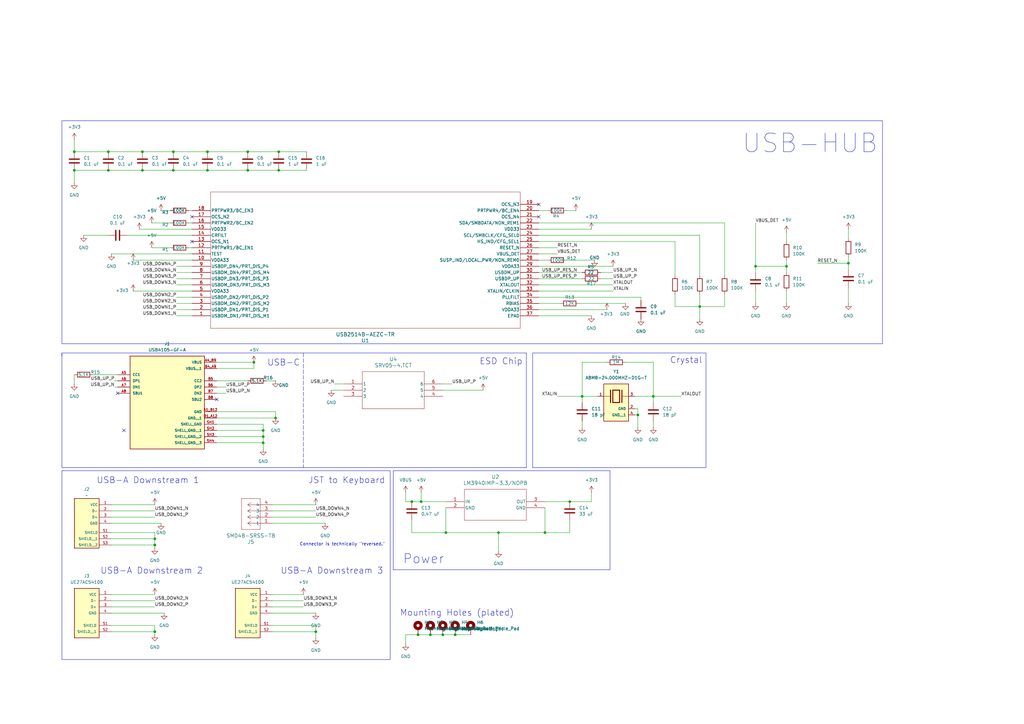
<source format=kicad_sch>
(kicad_sch (version 20231120) (generator "eeschema") (generator_version "8.0")
  (paper "A3")
  (lib_symbols
    (symbol "ABM8-24.000MHZ-D1G-T:ABM8-24.000MHZ-D1G-T" (pin_names (offset 1.016))
      (property "Reference" "Y" (at -5.0878 6.3559 0))
      (property "Value" "ABM8-24.000MHZ-D1G-T" (at -5.0944 -12.7 0))
      (symbol "ABM8-24.000MHZ-D1G-T_0_0"
        (pin passive line (at -7.62 0 0) (length 2.54) (name "~") (number "1"))
        (pin power_in line (at 7.62 -5.08 180) (length 2.54) (name "GND") (number "2"))
        (pin passive line (at 7.62 0 180) (length 2.54) (name "~") (number "3"))
        (pin power_in line (at 7.62 -7.62 180) (length 2.54) (name "GND__1") (number "4"))
      )
    )
    (symbol "Device:C" (pin_numbers hide) (pin_names (offset 0.254))
      (property "Reference" "C" (at 0.635 2.54 0))
      (property "Value" "C" (at 0.635 -2.54 0))
      (symbol "C_1_1"
        (pin passive line (at 0 3.81 270) (length 2.794) (name "~") (number "1"))
        (pin passive line (at 0 -3.81 90) (length 2.794) (name "~") (number "2"))
      )
    )
    (symbol "Device:R" (pin_numbers hide) (pin_names (offset 0))
      (property "Reference" "R" (at 2.032 0 90))
      (property "Value" "R" (at 0 0 90))
      (symbol "R_1_1"
        (pin passive line (at 0 3.81 270) (length 1.27) (name "~") (number "1"))
        (pin passive line (at 0 -3.81 90) (length 1.27) (name "~") (number "2"))
      )
    )
    (symbol "LM3940IMP-3.3/NOPB:LM3940IMP-3.3_NOPB" (pin_names (offset 0.254))
      (property "Reference" "U" (at 20.32 10.16 0))
      (property "Value" "LM3940IMP-3.3/NOPB" (at 20.32 7.62 0))
      (symbol "LM3940IMP-3.3_NOPB_0_1"
        (pin input line (at 0 0 0) (length 7.62) (name "IN") (number "1"))
        (pin passive line (at 0 -2.54 0) (length 7.62) (name "GND") (number "2"))
        (pin output line (at 40.64 0 180) (length 7.62) (name "OUT") (number "3"))
        (pin passive line (at 40.64 -2.54 180) (length 7.62) (name "GND") (number "4"))
      )
    )
    (symbol "Mechanical:MountingHole_Pad" (pin_numbers hide) (pin_names (offset 1.016) hide) (exclude_from_sim yes) (in_bom no)
      (property "Reference" "H" (at 0 6.35 0))
      (property "Value" "MountingHole_Pad" (at 0 4.445 0))
      (symbol "MountingHole_Pad_1_1"
        (pin input line (at 0 -2.54 90) (length 2.54) (name "1") (number "1"))
      )
    )
    (symbol "SM04B-SRSS-TB:SM04B-SRSS-TB" (pin_names (offset 0.254))
      (property "Reference" "J" (at 8.89 6.35 0))
      (property "Value" "SM04B-SRSS-TB" (at 0 0 0))
      (symbol "SM04B-SRSS-TB_1_1"
        (pin unspecified line (at 0 0 0) (length 5.08) (name "1") (number "1"))
        (pin unspecified line (at 0 -2.54 0) (length 5.08) (name "2") (number "2"))
        (pin unspecified line (at 0 -5.08 0) (length 5.08) (name "3") (number "3"))
        (pin unspecified line (at 0 -7.62 0) (length 5.08) (name "4") (number "4"))
      )
      (symbol "SM04B-SRSS-TB_1_2"
        (pin unspecified line (at 0 0 0) (length 5.08) (name "1") (number "1"))
        (pin unspecified line (at 0 -2.54 0) (length 5.08) (name "2") (number "2"))
        (pin unspecified line (at 0 -5.08 0) (length 5.08) (name "3") (number "3"))
        (pin unspecified line (at 0 -7.62 0) (length 5.08) (name "4") (number "4"))
      )
    )
    (symbol "SRV05-4.TCT:SRV05-4.TCT" (pin_names (offset 0.254))
      (property "Reference" "U" (at 20.32 10.16 0))
      (property "Value" "SRV05-4.TCT" (at 20.32 7.62 0))
      (symbol "SRV05-4.TCT_0_1"
        (pin unspecified line (at 0 0 0) (length 7.62) (name "1") (number "1"))
        (pin unspecified line (at 0 -2.54 0) (length 7.62) (name "2") (number "2"))
        (pin unspecified line (at 0 -5.08 0) (length 7.62) (name "3") (number "3"))
        (pin unspecified line (at 40.64 -5.08 180) (length 7.62) (name "4") (number "4"))
        (pin unspecified line (at 40.64 -2.54 180) (length 7.62) (name "5") (number "5"))
        (pin unspecified line (at 40.64 0 180) (length 7.62) (name "6") (number "6"))
      )
    )
    (symbol "UE27AC54100:UE27AC54100" (pin_names (offset 1.016))
      (property "Reference" "J" (at -5.08 8.89 0))
      (property "Value" "UE27AC54100" (at -5.08 -15.24 0))
      (symbol "UE27AC54100_0_0"
        (pin power_in line (at -10.16 5.08 0) (length 5.08) (name "VCC") (number "1"))
        (pin bidirectional line (at -10.16 2.54 0) (length 5.08) (name "D-") (number "2"))
        (pin bidirectional line (at -10.16 0 0) (length 5.08) (name "D+") (number "3"))
        (pin power_in line (at -10.16 -2.54 0) (length 5.08) (name "GND") (number "4"))
        (pin passive line (at -10.16 -7.62 0) (length 5.08) (name "SHIELD") (number "S1"))
        (pin passive line (at -10.16 -10.16 0) (length 5.08) (name "SHIELD__1") (number "S2"))
      )
    )
    (symbol "USB2514B-AEZC-TR:USB2514B-AEZC-TR" (pin_names (offset 0.254))
      (property "Reference" "U" (at 71.12 10.16 0))
      (property "Value" "USB2514B-AEZC-TR" (at 71.12 7.62 0))
      (symbol "USB2514B-AEZC-TR_0_1"
        (pin bidirectional line (at 0 0 0) (length 7.62) (name "USBDM_DN1/PRT_DIS_M1") (number "1"))
        (pin power_in line (at 0 -22.86 0) (length 7.62) (name "VDDA33") (number "10"))
        (pin bidirectional line (at 0 -25.4 0) (length 7.62) (name "TEST") (number "11"))
        (pin bidirectional line (at 0 -27.94 0) (length 7.62) (name "PRTPWR1/BC_EN1") (number "12"))
        (pin bidirectional line (at 0 -30.48 0) (length 7.62) (name "OCS_N1") (number "13"))
        (pin bidirectional line (at 0 -33.02 0) (length 7.62) (name "CRFILT") (number "14"))
        (pin power_in line (at 0 -35.56 0) (length 7.62) (name "VDD33") (number "15"))
        (pin bidirectional line (at 0 -38.1 0) (length 7.62) (name "PRTPWR2/BC_EN2") (number "16"))
        (pin bidirectional line (at 0 -40.64 0) (length 7.62) (name "OCS_N2") (number "17"))
        (pin bidirectional line (at 0 -43.18 0) (length 7.62) (name "PRTPWR3/BC_EN3") (number "18"))
        (pin bidirectional line (at 142.24 -45.72 180) (length 7.62) (name "OCS_N3") (number "19"))
        (pin bidirectional line (at 0 -2.54 0) (length 7.62) (name "USBDP_DN1/PRT_DIS_P1") (number "2"))
        (pin bidirectional line (at 142.24 -43.18 180) (length 7.62) (name "PRTPWR4/BC_EN4") (number "20"))
        (pin bidirectional line (at 142.24 -40.64 180) (length 7.62) (name "OCS_N4") (number "21"))
        (pin bidirectional line (at 142.24 -38.1 180) (length 7.62) (name "SDA/SMBDATA/NON_REM1") (number "22"))
        (pin power_in line (at 142.24 -35.56 180) (length 7.62) (name "VDD33") (number "23"))
        (pin bidirectional line (at 142.24 -33.02 180) (length 7.62) (name "SCL/SMBCLK/CFG_SEL0") (number "24"))
        (pin bidirectional line (at 142.24 -30.48 180) (length 7.62) (name "HS_IND/CFG_SEL1") (number "25"))
        (pin bidirectional line (at 142.24 -27.94 180) (length 7.62) (name "RESET_N") (number "26"))
        (pin bidirectional line (at 142.24 -25.4 180) (length 7.62) (name "VBUS_DET") (number "27"))
        (pin bidirectional line (at 142.24 -22.86 180) (length 7.62) (name "SUSP_IND/LOCAL_PWR/NON_REM0") (number "28"))
        (pin power_in line (at 142.24 -20.32 180) (length 7.62) (name "VDDA33") (number "29"))
        (pin bidirectional line (at 0 -5.08 0) (length 7.62) (name "USBDM_DN2/PRT_DIS_M2") (number "3"))
        (pin bidirectional line (at 142.24 -17.78 180) (length 7.62) (name "USBDM_UP") (number "30"))
        (pin bidirectional line (at 142.24 -15.24 180) (length 7.62) (name "USBDP_UP") (number "31"))
        (pin output line (at 142.24 -12.7 180) (length 7.62) (name "XTALOUT") (number "32"))
        (pin input line (at 142.24 -10.16 180) (length 7.62) (name "XTALIN/CLKIN") (number "33"))
        (pin bidirectional line (at 142.24 -7.62 180) (length 7.62) (name "PLLFILT") (number "34"))
        (pin bidirectional line (at 142.24 -5.08 180) (length 7.62) (name "RBIAS") (number "35"))
        (pin power_in line (at 142.24 -2.54 180) (length 7.62) (name "VDDA33") (number "36"))
        (pin unspecified line (at 142.24 0 180) (length 7.62) (name "EPAD") (number "37"))
        (pin bidirectional line (at 0 -7.62 0) (length 7.62) (name "USBDP_DN2/PRT_DIS_P2") (number "4"))
        (pin power_in line (at 0 -10.16 0) (length 7.62) (name "VDDA33") (number "5"))
        (pin bidirectional line (at 0 -12.7 0) (length 7.62) (name "USBDM_DN3/PRT_DIS_M3") (number "6"))
        (pin bidirectional line (at 0 -15.24 0) (length 7.62) (name "USBDP_DN3/PRT_DIS_P3") (number "7"))
        (pin bidirectional line (at 0 -17.78 0) (length 7.62) (name "USBDM_DN4/PRT_DIS_M4") (number "8"))
        (pin bidirectional line (at 0 -20.32 0) (length 7.62) (name "USBDP_DN4/PRT_DIS_P4") (number "9"))
      )
    )
    (symbol "USB4105-GF-A:USB4105-GF-A" (pin_names (offset 1.016))
      (property "Reference" "J" (at -15.24 13.97 0))
      (property "Value" "USB4105-GF-A" (at -15.24 -27.94 0))
      (symbol "USB4105-GF-A_0_0"
        (pin power_in line (at 20.32 -10.16 180) (length 5.08) (name "GND") (number "A1_B12"))
        (pin power_in line (at 20.32 10.16 180) (length 5.08) (name "VBUS") (number "A4_B9"))
        (pin bidirectional line (at -20.32 5.08 0) (length 5.08) (name "CC1") (number "A5"))
        (pin bidirectional line (at -20.32 2.54 0) (length 5.08) (name "DP1") (number "A6"))
        (pin bidirectional line (at -20.32 0 0) (length 5.08) (name "DN1") (number "A7"))
        (pin bidirectional line (at -20.32 -2.54 0) (length 5.08) (name "SBU1") (number "A8"))
        (pin power_in line (at 20.32 -12.7 180) (length 5.08) (name "GND__1") (number "B1_A12"))
        (pin power_in line (at 20.32 7.62 180) (length 5.08) (name "VBUS__1") (number "B4_A9"))
        (pin bidirectional line (at 20.32 2.54 180) (length 5.08) (name "CC2") (number "B5"))
        (pin bidirectional line (at 20.32 0 180) (length 5.08) (name "DP2") (number "B6"))
        (pin bidirectional line (at 20.32 -2.54 180) (length 5.08) (name "DN2") (number "B7"))
        (pin bidirectional line (at 20.32 -5.08 180) (length 5.08) (name "SBU2") (number "B8"))
        (pin power_in line (at 20.32 -15.24 180) (length 5.08) (name "SHELL_GND") (number "SH1"))
        (pin power_in line (at 20.32 -17.78 180) (length 5.08) (name "SHELL_GND__1") (number "SH2"))
        (pin power_in line (at 20.32 -20.32 180) (length 5.08) (name "SHELL_GND__2") (number "SH3"))
        (pin power_in line (at 20.32 -22.86 180) (length 5.08) (name "SHELL_GND__3") (number "SH4"))
      )
    )
    (symbol "numlocked:UBAS-4R-D14D-4D(LF)(SN)"
      (property "Reference" "J" (at 0 -1.524 0))
      (symbol "UBAS-4R-D14D-4D(LF)(SN)_0_0"
        (pin power_in line (at -10.16 17.78 0) (length 5.08) (name "VCC") (number "1"))
        (pin bidirectional line (at -10.16 15.24 0) (length 5.08) (name "D-") (number "2"))
        (pin bidirectional line (at -10.16 12.7 0) (length 5.08) (name "D+") (number "3"))
        (pin power_in line (at -10.16 10.16 0) (length 5.08) (name "GND") (number "4"))
        (pin passive line (at -10.16 6.35 0) (length 5.08) (name "SHIELD") (number "S1"))
        (pin passive line (at -10.16 3.81 0) (length 5.08) (name "SHIELD__1") (number "S2"))
      )
      (symbol "UBAS-4R-D14D-4D(LF)(SN)_1_0"
        (pin passive line (at -10.16 1.27 0) (length 5.08) (name "SHIELD__2") (number "S3"))
      )
    )
    (symbol "power:+3V3" (power) (pin_numbers hide) (pin_names (offset 0) hide)
      (property "Value" "+3V3" (at 0 3.556 0))
      (symbol "+3V3_1_1"
        (pin power_in line (at 0 0 90) (length 0) (name "~") (number "1"))
      )
    )
    (symbol "power:+5V" (power) (pin_numbers hide) (pin_names (offset 0) hide)
      (property "Value" "+5V" (at 0 3.556 0))
      (symbol "+5V_1_1"
        (pin power_in line (at 0 0 90) (length 0) (name "~") (number "1"))
      )
    )
    (symbol "power:GND" (power) (pin_numbers hide) (pin_names (offset 0) hide)
      (property "Value" "GND" (at 0 -3.81 0))
      (symbol "GND_1_1"
        (pin power_in line (at 0 0 270) (length 0) (name "~") (number "1"))
      )
    )
    (symbol "power:VBUS" (power) (pin_numbers hide) (pin_names (offset 0) hide)
      (property "Value" "VBUS" (at 0 3.556 0))
      (symbol "VBUS_1_1"
        (pin power_in line (at 0 0 90) (length 0) (name "~") (number "1"))
      )
    )
  )
  (junction (at 107.95 176.53))
  (junction (at 30.48 62.23))
  (junction (at 172.72 205.74))
  (junction (at 71.12 69.85))
  (junction (at 114.3 62.23))
  (junction (at 63.5 223.52))
  (junction (at 309.88 109.22))
  (junction (at 129.54 259.08))
  (junction (at 233.68 205.74))
  (junction (at 58.42 69.85))
  (junction (at 238.76 162.56))
  (junction (at 101.6 69.85))
  (junction (at 30.48 69.85))
  (junction (at 63.5 259.08))
  (junction (at 287.02 125.73))
  (junction (at 347.98 107.95))
  (junction (at 85.09 69.85))
  (junction (at 267.97 162.56))
  (junction (at 322.58 109.22))
  (junction (at 113.03 171.45))
  (junction (at 44.45 69.85))
  (junction (at 168.91 205.74))
  (junction (at 181.61 260.35))
  (junction (at 186.69 260.35))
  (junction (at 63.5 220.98))
  (junction (at 107.95 181.61))
  (junction (at 223.52 218.44))
  (junction (at 182.88 218.44))
  (junction (at 101.6 62.23))
  (junction (at 114.3 69.85))
  (junction (at 58.42 62.23))
  (junction (at 107.95 179.07))
  (junction (at 176.53 260.35))
  (junction (at 104.14 148.59))
  (junction (at 71.12 62.23))
  (junction (at 171.45 260.35))
  (junction (at 85.09 62.23))
  (junction (at 261.62 170.18))
  (junction (at 204.47 218.44))
  (junction (at 44.45 62.23))
  (no_connect (at 50.8 176.53))
  (no_connect (at 78.74 99.06))
  (no_connect (at 78.74 88.9))
  (no_connect (at 220.98 83.82))
  (no_connect (at 220.98 88.9))
  (no_connect (at 88.9 163.83))
  (no_connect (at 48.26 161.29))
  (wire (pts (xy 63.5 223.52) (xy 63.5 220.98)))
  (wire (pts (xy 107.95 184.15) (xy 107.95 181.61)))
  (wire (pts (xy 185.42 157.48) (xy 181.61 157.48)))
  (wire (pts (xy 260.35 170.18) (xy 261.62 170.18)))
  (wire (pts (xy 267.97 162.56) (xy 279.4 162.56)))
  (wire (pts (xy 45.72 214.63) (xy 66.04 214.63)))
  (wire (pts (xy 129.54 261.62) (xy 129.54 259.08)))
  (wire (pts (xy 111.76 246.38) (xy 124.46 246.38)))
  (wire (pts (xy 114.3 69.85) (xy 125.73 69.85)))
  (wire (pts (xy 223.52 208.28) (xy 223.52 218.44)))
  (wire (pts (xy 220.98 109.22) (xy 251.46 109.22)))
  (wire (pts (xy 309.88 109.22) (xy 309.88 111.76)))
  (polyline (pts (xy 215.9 144.78) (xy 25.4 144.78)))
  (wire (pts (xy 176.53 260.35) (xy 181.61 260.35)))
  (wire (pts (xy 347.98 107.95) (xy 347.98 110.49)))
  (wire (pts (xy 220.98 86.36) (xy 224.79 86.36)))
  (wire (pts (xy 168.91 205.74) (xy 166.37 205.74)))
  (wire (pts (xy 113.03 168.91) (xy 113.03 171.45)))
  (wire (pts (xy 57.15 93.98) (xy 78.74 93.98)))
  (wire (pts (xy 297.18 125.73) (xy 297.18 120.65)))
  (wire (pts (xy 261.62 175.26) (xy 261.62 170.18)))
  (wire (pts (xy 322.58 109.22) (xy 322.58 111.76)))
  (polyline (pts (xy 25.4 144.78) (xy 25.4 146.05)))
  (wire (pts (xy 220.98 91.44) (xy 297.18 91.44)))
  (wire (pts (xy 72.39 127) (xy 78.74 127)))
  (wire (pts (xy 287.02 125.73) (xy 287.02 130.81)))
  (wire (pts (xy 114.3 62.23) (xy 125.73 62.23)))
  (wire (pts (xy 267.97 148.59) (xy 256.54 148.59)))
  (wire (pts (xy 260.35 162.56) (xy 267.97 162.56)))
  (wire (pts (xy 172.72 205.74) (xy 168.91 205.74)))
  (wire (pts (xy 72.39 109.22) (xy 78.74 109.22)))
  (wire (pts (xy 62.23 91.44) (xy 69.85 91.44)))
  (wire (pts (xy 267.97 162.56) (xy 267.97 165.1)))
  (wire (pts (xy 238.76 172.72) (xy 238.76 175.26)))
  (wire (pts (xy 238.76 162.56) (xy 238.76 165.1)))
  (wire (pts (xy 267.97 162.56) (xy 267.97 148.59)))
  (wire (pts (xy 72.39 116.84) (xy 78.74 116.84)))
  (wire (pts (xy 347.98 105.41) (xy 347.98 107.95)))
  (wire (pts (xy 101.6 69.85) (xy 114.3 69.85)))
  (wire (pts (xy 261.62 170.18) (xy 261.62 167.64)))
  (wire (pts (xy 322.58 95.25) (xy 322.58 99.06)))
  (wire (pts (xy 238.76 148.59) (xy 248.92 148.59)))
  (wire (pts (xy 77.47 86.36) (xy 78.74 86.36)))
  (wire (pts (xy 111.76 209.55) (xy 129.54 209.55)))
  (wire (pts (xy 111.76 251.46) (xy 129.54 251.46)))
  (wire (pts (xy 220.98 119.38) (xy 251.46 119.38)))
  (wire (pts (xy 297.18 91.44) (xy 297.18 113.03)))
  (polyline (pts (xy 161.29 193.04) (xy 161.29 233.68)))
  (wire (pts (xy 228.6 101.6) (xy 220.98 101.6)))
  (wire (pts (xy 168.91 213.36) (xy 168.91 218.44)))
  (wire (pts (xy 309.88 91.44) (xy 309.88 109.22)))
  (wire (pts (xy 182.88 205.74) (xy 172.72 205.74)))
  (wire (pts (xy 46.99 158.75) (xy 48.26 158.75)))
  (wire (pts (xy 287.02 120.65) (xy 287.02 125.73)))
  (wire (pts (xy 54.61 119.38) (xy 78.74 119.38)))
  (wire (pts (xy 45.72 259.08) (xy 63.5 259.08)))
  (wire (pts (xy 267.97 172.72) (xy 267.97 175.26)))
  (wire (pts (xy 88.9 156.21) (xy 101.6 156.21)))
  (wire (pts (xy 220.98 114.3) (xy 238.76 114.3)))
  (wire (pts (xy 111.76 248.92) (xy 124.46 248.92)))
  (wire (pts (xy 71.12 62.23) (xy 85.09 62.23)))
  (wire (pts (xy 38.1 153.67) (xy 48.26 153.67)))
  (wire (pts (xy 220.98 93.98) (xy 242.57 93.98)))
  (wire (pts (xy 261.62 167.64) (xy 260.35 167.64)))
  (wire (pts (xy 220.98 121.92) (xy 262.89 121.92)))
  (wire (pts (xy 72.39 124.46) (xy 78.74 124.46)))
  (wire (pts (xy 245.11 162.56) (xy 238.76 162.56)))
  (wire (pts (xy 111.76 256.54) (xy 129.54 256.54)))
  (polyline (pts (xy 25.4 191.77) (xy 215.9 191.77)))
  (wire (pts (xy 85.09 62.23) (xy 101.6 62.23)))
  (polyline (pts (xy 250.19 233.68) (xy 161.29 233.68)))
  (wire (pts (xy 63.5 243.84) (xy 45.72 243.84)))
  (wire (pts (xy 137.16 157.48) (xy 140.97 157.48)))
  (wire (pts (xy 63.5 207.01) (xy 45.72 207.01)))
  (wire (pts (xy 204.47 218.44) (xy 223.52 218.44)))
  (polyline (pts (xy 215.9 191.77) (xy 215.9 144.78)))
  (wire (pts (xy 111.76 207.01) (xy 129.54 207.01)))
  (wire (pts (xy 62.23 101.6) (xy 69.85 101.6)))
  (wire (pts (xy 45.72 218.44) (xy 63.5 218.44)))
  (wire (pts (xy 276.86 120.65) (xy 276.86 125.73)))
  (wire (pts (xy 30.48 57.15) (xy 30.48 62.23)))
  (wire (pts (xy 107.95 176.53) (xy 107.95 179.07)))
  (wire (pts (xy 287.02 125.73) (xy 297.18 125.73)))
  (wire (pts (xy 135.89 160.02) (xy 140.97 160.02)))
  (wire (pts (xy 111.76 212.09) (xy 129.54 212.09)))
  (wire (pts (xy 107.95 179.07) (xy 107.95 181.61)))
  (wire (pts (xy 124.46 243.84) (xy 111.76 243.84)))
  (wire (pts (xy 246.38 111.76) (xy 251.46 111.76)))
  (wire (pts (xy 220.98 106.68) (xy 224.79 106.68)))
  (wire (pts (xy 104.14 151.13) (xy 104.14 148.59)))
  (wire (pts (xy 45.72 104.14) (xy 78.74 104.14)))
  (wire (pts (xy 88.9 161.29) (xy 92.71 161.29)))
  (wire (pts (xy 233.68 205.74) (xy 242.57 205.74)))
  (wire (pts (xy 309.88 119.38) (xy 309.88 124.46)))
  (wire (pts (xy 58.42 62.23) (xy 71.12 62.23)))
  (wire (pts (xy 232.41 86.36) (xy 236.22 86.36)))
  (wire (pts (xy 186.69 260.35) (xy 193.04 260.35)))
  (wire (pts (xy 88.9 173.99) (xy 107.95 173.99)))
  (wire (pts (xy 88.9 176.53) (xy 107.95 176.53)))
  (wire (pts (xy 181.61 160.02) (xy 198.12 160.02)))
  (wire (pts (xy 45.72 209.55) (xy 63.5 209.55)))
  (wire (pts (xy 220.98 99.06) (xy 276.86 99.06)))
  (wire (pts (xy 45.72 212.09) (xy 63.5 212.09)))
  (wire (pts (xy 111.76 259.08) (xy 129.54 259.08)))
  (wire (pts (xy 63.5 224.79) (xy 63.5 223.52)))
  (wire (pts (xy 166.37 201.93) (xy 166.37 205.74)))
  (wire (pts (xy 182.88 208.28) (xy 182.88 218.44)))
  (wire (pts (xy 220.98 116.84) (xy 251.46 116.84)))
  (wire (pts (xy 45.72 256.54) (xy 63.5 256.54)))
  (wire (pts (xy 237.49 124.46) (xy 256.54 124.46)))
  (wire (pts (xy 246.38 114.3) (xy 251.46 114.3)))
  (wire (pts (xy 220.98 124.46) (xy 229.87 124.46)))
  (wire (pts (xy 63.5 218.44) (xy 63.5 220.98)))
  (wire (pts (xy 107.95 173.99) (xy 107.95 176.53)))
  (wire (pts (xy 54.61 106.68) (xy 78.74 106.68)))
  (wire (pts (xy 242.57 201.93) (xy 242.57 205.74)))
  (wire (pts (xy 228.6 162.56) (xy 238.76 162.56)))
  (wire (pts (xy 181.61 260.35) (xy 186.69 260.35)))
  (wire (pts (xy 45.72 251.46) (xy 67.31 251.46)))
  (wire (pts (xy 72.39 121.92) (xy 78.74 121.92)))
  (wire (pts (xy 63.5 256.54) (xy 63.5 259.08)))
  (wire (pts (xy 347.98 118.11) (xy 347.98 124.46)))
  (wire (pts (xy 309.88 109.22) (xy 322.58 109.22)))
  (wire (pts (xy 220.98 111.76) (xy 238.76 111.76)))
  (wire (pts (xy 72.39 111.76) (xy 78.74 111.76)))
  (wire (pts (xy 71.12 69.85) (xy 85.09 69.85)))
  (polyline (pts (xy 250.19 193.04) (xy 250.19 233.68)))
  (wire (pts (xy 232.41 106.68) (xy 243.84 106.68)))
  (wire (pts (xy 77.47 101.6) (xy 78.74 101.6)))
  (polyline (pts (xy 161.29 193.04) (xy 250.19 193.04)))
  (wire (pts (xy 101.6 62.23) (xy 114.3 62.23)))
  (wire (pts (xy 223.52 205.74) (xy 233.68 205.74)))
  (wire (pts (xy 88.9 151.13) (xy 104.14 151.13)))
  (wire (pts (xy 166.37 260.35) (xy 171.45 260.35)))
  (wire (pts (xy 113.03 156.21) (xy 109.22 156.21)))
  (wire (pts (xy 85.09 69.85) (xy 101.6 69.85)))
  (wire (pts (xy 88.9 181.61) (xy 107.95 181.61)))
  (wire (pts (xy 322.58 119.38) (xy 322.58 124.46)))
  (wire (pts (xy 46.99 156.21) (xy 48.26 156.21)))
  (wire (pts (xy 287.02 113.03) (xy 287.02 96.52)))
  (wire (pts (xy 88.9 168.91) (xy 113.03 168.91)))
  (wire (pts (xy 171.45 260.35) (xy 176.53 260.35)))
  (wire (pts (xy 276.86 99.06) (xy 276.86 113.03)))
  (wire (pts (xy 276.86 125.73) (xy 287.02 125.73)))
  (wire (pts (xy 233.68 213.36) (xy 233.68 218.44)))
  (wire (pts (xy 220.98 96.52) (xy 287.02 96.52)))
  (wire (pts (xy 72.39 114.3) (xy 78.74 114.3)))
  (wire (pts (xy 66.04 86.36) (xy 69.85 86.36)))
  (wire (pts (xy 111.76 214.63) (xy 133.35 214.63)))
  (wire (pts (xy 30.48 157.48) (xy 30.48 153.67)))
  (wire (pts (xy 88.9 158.75) (xy 92.71 158.75)))
  (wire (pts (xy 129.54 256.54) (xy 129.54 259.08)))
  (wire (pts (xy 45.72 248.92) (xy 63.5 248.92)))
  (wire (pts (xy 166.37 260.35) (xy 166.37 264.16)))
  (wire (pts (xy 77.47 91.44) (xy 78.74 91.44)))
  (wire (pts (xy 58.42 69.85) (xy 71.12 69.85)))
  (wire (pts (xy 63.5 260.35) (xy 63.5 259.08)))
  (wire (pts (xy 233.68 218.44) (xy 223.52 218.44)))
  (wire (pts (xy 228.6 104.14) (xy 220.98 104.14)))
  (wire (pts (xy 168.91 218.44) (xy 182.88 218.44)))
  (wire (pts (xy 72.39 129.54) (xy 78.74 129.54)))
  (wire (pts (xy 204.47 218.44) (xy 204.47 226.06)))
  (wire (pts (xy 88.9 171.45) (xy 113.03 171.45)))
  (wire (pts (xy 88.9 179.07) (xy 107.95 179.07)))
  (wire (pts (xy 238.76 162.56) (xy 238.76 148.59)))
  (wire (pts (xy 347.98 93.98) (xy 347.98 97.79)))
  (wire (pts (xy 335.28 107.95) (xy 347.98 107.95)))
  (wire (pts (xy 45.72 220.98) (xy 63.5 220.98)))
  (wire (pts (xy 262.89 121.92) (xy 262.89 123.19)))
  (wire (pts (xy 45.72 246.38) (xy 63.5 246.38)))
  (wire (pts (xy 30.48 69.85) (xy 30.48 74.93)))
  (wire (pts (xy 322.58 106.68) (xy 322.58 109.22)))
  (wire (pts (xy 30.48 69.85) (xy 44.45 69.85)))
  (wire (pts (xy 44.45 62.23) (xy 58.42 62.23)))
  (wire (pts (xy 44.45 69.85) (xy 58.42 69.85)))
  (wire (pts (xy 172.72 201.93) (xy 172.72 205.74)))
  (polyline (pts (xy 124.46 144.78) (xy 124.46 191.77)) (stroke (width 0) (type dash)))
  (polyline (pts (xy 25.4 144.78) (xy 25.4 191.77)))
  (wire (pts (xy 45.72 223.52) (xy 63.5 223.52)))
  (wire (pts (xy 88.9 148.59) (xy 104.14 148.59)))
  (wire (pts (xy 34.29 96.52) (xy 44.45 96.52)))
  (wire (pts (xy 182.88 218.44) (xy 204.47 218.44)))
  (wire (pts (xy 220.98 127) (xy 248.92 127)))
  (wire (pts (xy 220.98 129.54) (xy 242.57 129.54)))
  (wire (pts (xy 30.48 62.23) (xy 44.45 62.23)))
  (wire (pts (xy 52.07 96.52) (xy 78.74 96.52)))
  (rectangle (start 25.4 49.53) (end 361.95 140.97))
  (rectangle (start 218.44 144.78) (end 289.56 191.77))
  (rectangle (start 25.4 193.04) (end 160.02 270.51))
  (text "Crystal" (at 281.432 147.828 0) (effects (font (size 2.54 2.54))))
  (text "USB-A Downstream 1" (at 60.706 197.104 0) (effects (font (size 2.54 2.54))))
  (text "Power" (at 173.736 229.362 0) (effects (font (size 3.81 3.81))))
  (text "USB-HUB" (at 332.232 58.928 0) (effects (font (size 7.62 7.62))))
  (text "JST to Keyboard" (at 142.24 197.104 0) (effects (font (size 2.54 2.54))))
  (text "USB-A Downstream 2" (at 62.23 234.188 0) (effects (font (size 2.54 2.54))))
  (text "USB-A Downstream 3" (at 136.144 234.188 0) (effects (font (size 2.54 2.54))))
  (text "Connector is technically \"reversed.\"" (at 140.462 223.266 0) (effects (font (size 1.27 1.27))))
  (text "ESD Chip" (at 205.486 148.336 0) (effects (font (size 2.54 2.54))))
  (text "USB-C" (at 116.332 148.844 0) (effects (font (size 2.54 2.54))))
  (text "Mounting Holes (plated)" (at 187.452 251.46 0) (effects (font (size 2.54 2.54))))
  (label "USB_DOWN2_N" (at 72.39 124.46 180))
  (label "USB_UP_N" (at 137.16 157.48 180))
  (label "USB_UP_RES_P" (at 222.25 114.3 0))
  (label "USB_DOWN4_N" (at 72.39 111.76 180))
  (label "USB_UP_N" (at 251.46 111.76 0))
  (label "RESET_N" (at 228.6 101.6 0))
  (label "VBUS_DET" (at 309.88 91.44 0))
  (label "USB_DOWN3_N" (at 124.46 246.38 0))
  (label "USB_DOWN3_N" (at 72.39 116.84 180))
  (label "USB_DOWN1_N" (at 72.39 129.54 180))
  (label "USB_DOWN1_P" (at 72.39 127 180))
  (label "XTALIN" (at 251.46 119.38 0))
  (label "VBUS_DET" (at 228.6 104.14 0))
  (label "USB_DOWN2_P" (at 72.39 121.92 180))
  (label "RESET_N" (at 335.28 107.95 0))
  (label "USB_UP_P" (at 251.46 114.3 0))
  (label "USB_UP_P" (at 185.42 157.48 0))
  (label "USB_UP_P" (at 92.71 158.75 0))
  (label "USB_UP_RES_N" (at 222.25 111.76 0))
  (label "USB_DOWN4_P" (at 129.54 212.09 0))
  (label "USB_DOWN4_P" (at 72.39 109.22 180))
  (label "USB_DOWN4_N" (at 129.54 209.55 0))
  (label "USB_UP_N" (at 92.71 161.29 0))
  (label "XTALOUT" (at 279.4 162.56 0))
  (label "USB_DOWN1_N" (at 63.5 209.55 0))
  (label "USB_DOWN3_P" (at 72.39 114.3 180))
  (label "XTALOUT" (at 251.46 116.84 0))
  (label "USB_DOWN2_N" (at 63.5 246.38 0))
  (label "USB_UP_N" (at 46.99 158.75 180))
  (label "USB_UP_P" (at 46.99 156.21 180))
  (label "USB_DOWN2_P" (at 63.5 248.92 0))
  (label "XTALIN" (at 228.6 162.56 180))
  (label "USB_DOWN3_P" (at 124.46 248.92 0))
  (label "USB_DOWN1_P" (at 63.5 212.09 0))
  (symbol (lib_id "power:GND") (at 322.58 124.46 0) (unit 1)
    (property "Reference" "#PWR019" (effects (hide yes)))
    (property "Value" "GND" (at 322.58 129.54 0))
    (property "Description" "Power symbol creates a global label with name \"GND\" , ground" (effects (hide yes)))
  )
  (symbol (lib_id "power:+3V3") (at 347.98 93.98 0) (unit 1)
    (property "Reference" "#PWR016" (effects (hide yes)))
    (property "Value" "+3V3" (at 347.98 88.9 0))
    (property "Description" "Power symbol creates a global label with name \"+3V3\"" (effects (hide yes)))
  )
  (symbol (lib_id "power:GND") (at 242.57 129.54 0) (unit 1)
    (property "Reference" "#PWR010" (effects (hide yes)))
    (property "Value" "GND" (at 242.57 134.62 0))
    (property "Description" "Power symbol creates a global label with name \"GND\" , ground" (effects (hide yes)))
  )
  (symbol (lib_id "power:+5V") (at 62.23 91.44 0) (mirror y) (unit 1)
    (property "Reference" "#PWR012" (effects (hide yes)))
    (property "Value" "+5V" (at 62.23 86.36 0))
    (property "Description" "Power symbol creates a global label with name \"+5V\"" (effects (hide yes)))
  )
  (symbol (lib_id "Device:R") (at 347.98 101.6 0) (unit 1)
    (property "Reference" "R9" (at 350.52 100.3299 0) (effects (justify left)))
    (property "Value" "100K" (at 350.52 102.8699 0) (effects (justify left)))
    (property "Footprint" "Resistor_SMD:R_0603_1608Metric" (effects (hide yes)))
    (property "Description" "Resistor" (effects (hide yes)))
  )
  (symbol (lib_id "power:+5V") (at 129.54 207.01 0) (unit 1)
    (property "Reference" "#PWR033" (effects (hide yes)))
    (property "Value" "+5V" (at 129.54 201.93 0))
    (property "Description" "Power symbol creates a global label with name \"+5V\"" (effects (hide yes)))
  )
  (symbol (lib_id "power:+3V3") (at 251.46 109.22 0) (unit 1)
    (property "Reference" "#PWR07" (effects (hide yes)))
    (property "Value" "+3V3" (at 251.46 104.14 0))
    (property "Description" "Power symbol creates a global label with name \"+3V3\"" (effects (hide yes)))
  )
  (symbol (lib_id "USB4105-GF-A:USB4105-GF-A") (at 68.58 158.75 0) (unit 1)
    (property "Reference" "J1" (at 68.58 140.97 0))
    (property "Value" "USB4105-GF-A" (at 68.58 143.51 0))
    (property "Footprint" "USB4105_GF_A(2):GCT_USB4105-GF-A" (effects (hide yes)))
    (property "PARTREV" "B4" (effects (hide yes)))
    (property "STANDARD" "Manufacturer Recommendations" (effects (hide yes)))
    (property "MAXIMUM_PACKAGE_HEIGHT" "3.31 mm" (effects (hide yes)))
    (property "MANUFACTURER" "GCT" (effects (hide yes)))
  )
  (symbol (lib_id "power:GND") (at 347.98 124.46 0) (unit 1)
    (property "Reference" "#PWR017" (effects (hide yes)))
    (property "Value" "GND" (at 347.98 129.54 0))
    (property "Description" "Power symbol creates a global label with name \"GND\" , ground" (effects (hide yes)))
  )
  (symbol (lib_id "power:GND") (at 30.48 157.48 0) (unit 1)
    (property "Reference" "#PWR028" (effects (hide yes)))
    (property "Value" "GND" (at 30.48 162.56 0))
    (property "Description" "Power symbol creates a global label with name \"GND\" , ground" (effects (hide yes)))
  )
  (symbol (lib_id "power:GND") (at 243.84 106.68 0) (unit 1)
    (property "Reference" "#PWR020" (effects (hide yes)))
    (property "Value" "GND" (at 243.84 105.664 0))
    (property "Description" "Power symbol creates a global label with name \"GND\" , ground" (effects (hide yes)))
  )
  (symbol (lib_id "power:+5V") (at 172.72 201.93 0) (mirror y) (unit 1)
    (property "Reference" "#PWR041" (effects (hide yes)))
    (property "Value" "+5V" (at 172.72 196.85 0))
    (property "Description" "Power symbol creates a global label with name \"+5V\"" (effects (hide yes)))
  )
  (symbol (lib_id "power:+5V") (at 62.23 101.6 0) (mirror y) (unit 1)
    (property "Reference" "#PWR011" (effects (hide yes)))
    (property "Value" "+5V" (at 62.23 96.52 0))
    (property "Description" "Power symbol creates a global label with name \"+5V\"" (effects (hide yes)))
  )
  (symbol (lib_id "Device:R") (at 105.41 156.21 270) (unit 1)
    (property "Reference" "R16" (at 109.982 154.94 90))
    (property "Value" "5.1K" (at 105.41 156.21 90))
    (property "Footprint" "Resistor_SMD:R_0603_1608Metric" (effects (hide yes)))
    (property "Description" "Resistor" (effects (hide yes)))
  )
  (symbol (lib_id "Mechanical:MountingHole_Pad") (at 193.04 257.81 0) (unit 1) (exclude_from_sim yes) (in_bom no)
    (property "Reference" "H6" (at 195.58 255.2699 0) (effects (justify left)))
    (property "Value" "MountingHole_Pad" (at 195.58 257.8099 0) (effects (justify left)))
    (property "Footprint" "MountingHole:MountingHole_2.2mm_M2_Pad" (effects (hide yes)))
    (property "Description" "Mounting Hole with connection" (effects (hide yes)))
  )
  (symbol (lib_id "Device:R") (at 252.73 148.59 90) (unit 1)
    (property "Reference" "R14" (at 252.73 146.558 90))
    (property "Value" "1M" (at 252.73 148.59 90))
    (property "Footprint" "Resistor_SMD:R_0603_1608Metric" (effects (hide yes)))
    (property "Description" "Resistor" (effects (hide yes)))
  )
  (symbol (lib_id "power:+5V") (at 63.5 207.01 0) (unit 1)
    (property "Reference" "#PWR048" (effects (hide yes)))
    (property "Value" "+5V" (at 63.5 201.93 0))
    (property "Description" "Power symbol creates a global label with name \"+5V\"" (effects (hide yes)))
  )
  (symbol (lib_id "Device:R") (at 228.6 106.68 90) (unit 1)
    (property "Reference" "R12" (at 234.442 105.918 90))
    (property "Value" "100K" (at 228.854 106.68 90))
    (property "Footprint" "Resistor_SMD:R_0603_1608Metric" (effects (hide yes)))
    (property "Description" "Resistor" (effects (hide yes)))
  )
  (symbol (lib_id "Device:C") (at 309.88 115.57 0) (unit 1)
    (property "Reference" "C8" (at 313.69 114.2999 0) (effects (justify left)))
    (property "Value" "0.1 uF" (at 313.69 116.8399 0) (effects (justify left)))
    (property "Footprint" "Capacitor_SMD:C_0603_1608Metric" (effects (hide yes)))
    (property "Description" "Unpolarized capacitor" (effects (hide yes)))
  )
  (symbol (lib_id "Mechanical:MountingHole_Pad") (at 186.69 257.81 0) (unit 1) (exclude_from_sim yes) (in_bom no)
    (property "Reference" "H4" (at 189.23 255.2699 0) (effects (justify left)))
    (property "Value" "MountingHole_Pad" (at 189.23 257.8099 0) (effects (justify left)))
    (property "Footprint" "MountingHole:MountingHole_2.2mm_M2_Pad" (effects (hide yes)))
    (property "Description" "Mounting Hole with connection" (effects (hide yes)))
  )
  (symbol (lib_id "Device:C") (at 71.12 66.04 0) (unit 1)
    (property "Reference" "C4" (at 74.93 64.7699 0) (effects (justify left)))
    (property "Value" "0.1 uF" (at 74.93 67.3099 0) (effects (justify left)))
    (property "Footprint" "Capacitor_SMD:C_0603_1608Metric" (effects (hide yes)))
    (property "Description" "Unpolarized capacitor" (effects (hide yes)))
  )
  (symbol (lib_id "power:GND") (at 113.03 156.21 0) (unit 1)
    (property "Reference" "#PWR036" (effects (hide yes)))
    (property "Value" "GND" (at 116.332 157.988 0))
    (property "Description" "Power symbol creates a global label with name \"GND\" , ground" (effects (hide yes)))
  )
  (symbol (lib_id "Device:R") (at 73.66 101.6 270) (unit 1)
    (property "Reference" "R1" (at 67.818 102.362 90))
    (property "Value" "100K" (at 73.406 101.6 90))
    (property "Footprint" "Resistor_SMD:R_0603_1608Metric" (effects (hide yes)))
    (property "Description" "Resistor" (effects (hide yes)))
  )
  (symbol (lib_id "Device:R") (at 297.18 116.84 0) (unit 1)
    (property "Reference" "R8" (at 299.72 115.5699 0) (effects (justify left)))
    (property "Value" "100K" (at 299.72 118.1099 0) (effects (justify left)))
    (property "Footprint" "Resistor_SMD:R_0603_1608Metric" (effects (hide yes)))
    (property "Description" "Resistor" (effects (hide yes)))
  )
  (symbol (lib_id "Device:C") (at 262.89 127 0) (unit 1)
    (property "Reference" "C9" (at 266.7 125.7299 0) (effects (justify left)))
    (property "Value" "0.1 uF" (at 266.7 128.2699 0) (effects (justify left)))
    (property "Footprint" "Capacitor_SMD:C_0603_1608Metric" (effects (hide yes)))
    (property "Description" "Unpolarized capacitor" (effects (hide yes)))
  )
  (symbol (lib_id "Mechanical:MountingHole_Pad") (at 181.61 257.81 0) (unit 1) (exclude_from_sim yes) (in_bom no)
    (property "Reference" "H3" (at 184.15 255.2699 0) (effects (justify left)))
    (property "Value" "MountingHole_Pad" (at 184.15 257.8099 0) (effects (justify left)))
    (property "Footprint" "MountingHole:MountingHole_2.2mm_M2_Pad" (effects (hide yes)))
    (property "Description" "Mounting Hole with connection" (effects (hide yes)))
  )
  (symbol (lib_id "power:+5V") (at 236.22 86.36 0) (mirror y) (unit 1)
    (property "Reference" "#PWR014" (effects (hide yes)))
    (property "Value" "+5V" (at 236.22 81.28 0))
    (property "Description" "Power symbol creates a global label with name \"+5V\"" (effects (hide yes)))
  )
  (symbol (lib_id "power:GND") (at 267.97 175.26 0) (unit 1)
    (property "Reference" "#PWR025" (effects (hide yes)))
    (property "Value" "GND" (at 267.97 180.34 0))
    (property "Description" "Power symbol creates a global label with name \"GND\" , ground" (effects (hide yes)))
  )
  (symbol (lib_id "Device:R") (at 242.57 114.3 90) (unit 1)
    (property "Reference" "R17" (at 242.57 116.332 90))
    (property "Value" "22" (at 242.57 114.3 90))
    (property "Footprint" "Resistor_SMD:R_0603_1608Metric" (effects (hide yes)))
    (property "Description" "Resistor" (effects (hide yes)))
  )
  (symbol (lib_id "power:GND") (at 45.72 104.14 0) (mirror y) (unit 1)
    (property "Reference" "#PWR09" (effects (hide yes)))
    (property "Value" "GND" (at 45.72 109.22 0))
    (property "Description" "Power symbol creates a global label with name \"GND\" , ground" (effects (hide yes)))
  )
  (symbol (lib_id "power:GND") (at 238.76 175.26 0) (unit 1)
    (property "Reference" "#PWR026" (effects (hide yes)))
    (property "Value" "GND" (at 238.76 180.34 0))
    (property "Description" "Power symbol creates a global label with name \"GND\" , ground" (effects (hide yes)))
  )
  (symbol (lib_id "power:GND") (at 30.48 74.93 0) (unit 1)
    (property "Reference" "#PWR02" (effects (hide yes)))
    (property "Value" "GND" (at 30.48 80.01 0))
    (property "Description" "Power symbol creates a global label with name \"GND\" , ground" (effects (hide yes)))
  )
  (symbol (lib_id "Device:C") (at 114.3 66.04 0) (unit 1)
    (property "Reference" "C15" (at 118.11 64.7699 0) (effects (justify left)))
    (property "Value" "1 uF" (at 118.11 67.3099 0) (effects (justify left)))
    (property "Footprint" "Capacitor_SMD:C_0603_1608Metric" (effects (hide yes)))
    (property "Description" "Unpolarized capacitor" (effects (hide yes)))
  )
  (symbol (lib_id "numlocked:UBAS-4R-D14D-4D(LF)(SN)") (at 35.56 224.79 0) (mirror y) (unit 1)
    (property "Reference" "J2" (at 35.56 200.66 0))
    (property "Value" "~" (at 35.56 203.2 0))
    (property "Footprint" "Numlocked:UBAS-4R-D14D-4D(LF)(SN)" (effects (hide yes)))
  )
  (symbol (lib_id "power:+3V3") (at 242.57 93.98 0) (unit 1)
    (property "Reference" "#PWR06" (effects (hide yes)))
    (property "Value" "+3V3" (at 242.57 88.9 0))
    (property "Description" "Power symbol creates a global label with name \"+3V3\"" (effects (hide yes)))
  )
  (symbol (lib_id "power:+3V3") (at 242.57 201.93 0) (unit 1)
    (property "Reference" "#PWR040" (effects (hide yes)))
    (property "Value" "+3V3" (at 242.57 196.85 0))
    (property "Description" "Power symbol creates a global label with name \"+3V3\"" (effects (hide yes)))
  )
  (symbol (lib_id "Device:C") (at 233.68 209.55 0) (unit 1)
    (property "Reference" "C14" (at 237.49 208.2799 0) (effects (justify left)))
    (property "Value" "33 uF" (at 237.49 210.8199 0) (effects (justify left)))
    (property "Footprint" "Capacitor_SMD:C_1206_3216Metric" (effects (hide yes)))
    (property "Description" "Unpolarized capacitor" (effects (hide yes)))
  )
  (symbol (lib_id "power:GND") (at 63.5 224.79 0) (unit 1)
    (property "Reference" "#PWR054" (effects (hide yes)))
    (property "Value" "GND" (at 63.5 229.87 0))
    (property "Description" "Power symbol creates a global label with name \"GND\" , ground" (effects (hide yes)))
  )
  (symbol (lib_id "power:GND") (at 66.04 214.63 0) (unit 1)
    (property "Reference" "#PWR051" (effects (hide yes)))
    (property "Value" "GND" (at 66.04 218.44 0))
    (property "Description" "Power symbol creates a global label with name \"GND\" , ground" (effects (hide yes)))
  )
  (symbol (lib_id "Device:R") (at 322.58 102.87 0) (unit 1)
    (property "Reference" "R10" (at 325.12 101.5999 0) (effects (justify left)))
    (property "Value" "100K" (at 325.12 104.1399 0) (effects (justify left)))
    (property "Footprint" "Resistor_SMD:R_0603_1608Metric" (effects (hide yes)))
    (property "Description" "Resistor" (effects (hide yes)))
  )
  (symbol (lib_id "power:+5V") (at 124.46 243.84 0) (unit 1)
    (property "Reference" "#PWR046" (effects (hide yes)))
    (property "Value" "+5V" (at 124.46 238.76 0))
    (property "Description" "Power symbol creates a global label with name \"+5V\"" (effects (hide yes)))
  )
  (symbol (lib_id "power:GND") (at 63.5 260.35 0) (unit 1)
    (property "Reference" "#PWR032" (effects (hide yes)))
    (property "Value" "GND" (at 63.5 265.43 0))
    (property "Description" "Power symbol creates a global label with name \"GND\" , ground" (effects (hide yes)))
  )
  (symbol (lib_id "Mechanical:MountingHole_Pad") (at 171.45 257.81 0) (unit 1) (exclude_from_sim yes) (in_bom no)
    (property "Reference" "H1" (at 173.99 255.2699 0) (effects (justify left)))
    (property "Value" "MountingHole_Pad" (at 173.99 257.8099 0) (effects (justify left)))
    (property "Footprint" "MountingHole:MountingHole_2.2mm_M2_Pad" (effects (hide yes)))
    (property "Description" "Mounting Hole with connection" (effects (hide yes)))
  )
  (symbol (lib_id "power:+5V") (at 63.5 243.84 0) (unit 1)
    (property "Reference" "#PWR031" (effects (hide yes)))
    (property "Value" "+5V" (at 63.5 238.76 0))
    (property "Description" "Power symbol creates a global label with name \"+5V\"" (effects (hide yes)))
  )
  (symbol (lib_id "Device:R") (at 322.58 115.57 0) (unit 1)
    (property "Reference" "R11" (at 325.12 114.2999 0) (effects (justify left)))
    (property "Value" "100K" (at 325.12 116.8399 0) (effects (justify left)))
    (property "Footprint" "Resistor_SMD:R_0603_1608Metric" (effects (hide yes)))
    (property "Description" "Resistor" (effects (hide yes)))
  )
  (symbol (lib_id "USB2514B-AEZC-TR:USB2514B-AEZC-TR") (at 78.74 129.54 0) (mirror x) (unit 1)
    (property "Reference" "U1" (at 149.86 139.7 0) (effects (font (size 1.524 1.524))))
    (property "Value" "USB2514B-AEZC-TR" (at 149.86 137.16 0) (effects (font (size 1.524 1.524))))
    (property "Footprint" "USB2514_AEZC_TR:QFN36_6X6MC_MCH" (effects (hide yes)))
    (property "Datasheet" "USB2514B-AEZC-TR" (effects (hide yes)))
  )
  (symbol (lib_id "Device:R") (at 276.86 116.84 0) (unit 1)
    (property "Reference" "R6" (at 279.4 115.5699 0) (effects (justify left)))
    (property "Value" "100K" (at 279.4 118.1099 0) (effects (justify left)))
    (property "Footprint" "Resistor_SMD:R_0603_1608Metric" (effects (hide yes)))
    (property "Description" "Resistor" (effects (hide yes)))
  )
  (symbol (lib_id "power:+3V3") (at 30.48 57.15 0) (unit 1)
    (property "Reference" "#PWR01" (effects (hide yes)))
    (property "Value" "+3V3" (at 30.48 52.07 0))
    (property "Description" "Power symbol creates a global label with name \"+3V3\"" (effects (hide yes)))
  )
  (symbol (lib_id "Mechanical:MountingHole_Pad") (at 176.53 257.81 0) (unit 1) (exclude_from_sim yes) (in_bom no)
    (property "Reference" "H2" (at 179.07 255.2699 0) (effects (justify left)))
    (property "Value" "MountingHole_Pad" (at 179.07 257.8099 0) (effects (justify left)))
    (property "Footprint" "MountingHole:MountingHole_2.2mm_M2_Pad" (effects (hide yes)))
    (property "Description" "Mounting Hole with connection" (effects (hide yes)))
  )
  (symbol (lib_id "SM04B-SRSS-TB:SM04B-SRSS-TB") (at 111.76 214.63 180) (unit 1)
    (property "Reference" "J5" (at 102.87 222.25 0) (effects (font (size 1.524 1.524))))
    (property "Value" "SM04B-SRSS-TB" (at 102.87 219.71 0) (effects (font (size 1.524 1.524))))
    (property "Footprint" "SM04B:CONN_SM04B-SRSS-TB_JST" (effects (hide yes)))
    (property "Datasheet" "SM04B-SRSS-TB" (effects (hide yes)))
  )
  (symbol (lib_id "power:GND") (at 129.54 261.62 0) (unit 1)
    (property "Reference" "#PWR034" (effects (hide yes)))
    (property "Value" "GND" (at 129.54 266.7 0))
    (property "Description" "Power symbol creates a global label with name \"GND\" , ground" (effects (hide yes)))
  )
  (symbol (lib_id "power:GND") (at 261.62 175.26 0) (unit 1)
    (property "Reference" "#PWR024" (effects (hide yes)))
    (property "Value" "GND" (at 261.62 180.34 0))
    (property "Description" "Power symbol creates a global label with name \"GND\" , ground" (effects (hide yes)))
  )
  (symbol (lib_id "Device:C") (at 347.98 114.3 0) (unit 1)
    (property "Reference" "C7" (at 351.79 113.0299 0) (effects (justify left)))
    (property "Value" "0.1 uF" (at 351.79 115.5699 0) (effects (justify left)))
    (property "Footprint" "Capacitor_SMD:C_0603_1608Metric" (effects (hide yes)))
    (property "Description" "Unpolarized capacitor" (effects (hide yes)))
  )
  (symbol (lib_id "power:+3V3") (at 248.92 127 0) (unit 1)
    (property "Reference" "#PWR08" (effects (hide yes)))
    (property "Value" "+3V3" (at 248.666 128.778 0))
    (property "Description" "Power symbol creates a global label with name \"+3V3\"" (effects (hide yes)))
  )
  (symbol (lib_id "power:+5V") (at 198.12 160.02 0) (mirror y) (unit 1)
    (property "Reference" "#PWR037" (effects (hide yes)))
    (property "Value" "+5V" (at 198.12 154.94 0))
    (property "Description" "Power symbol creates a global label with name \"+5V\"" (effects (hide yes)))
  )
  (symbol (lib_id "power:+3V3") (at 54.61 119.38 0) (mirror y) (unit 1)
    (property "Reference" "#PWR03" (effects (hide yes)))
    (property "Value" "+3V3" (at 50.038 119.126 0))
    (property "Description" "Power symbol creates a global label with name \"+3V3\"" (effects (hide yes)))
  )
  (symbol (lib_id "power:+5V") (at 66.04 86.36 0) (mirror y) (unit 1)
    (property "Reference" "#PWR013" (effects (hide yes)))
    (property "Value" "+5V" (at 66.04 81.28 0))
    (property "Description" "Power symbol creates a global label with name \"+5V\"" (effects (hide yes)))
  )
  (symbol (lib_id "power:+5V") (at 322.58 95.25 0) (unit 1)
    (property "Reference" "#PWR018" (effects (hide yes)))
    (property "Value" "+5V" (at 322.58 90.17 0))
    (property "Description" "Power symbol creates a global label with name \"+5V\"" (effects (hide yes)))
  )
  (symbol (lib_id "UE27AC54100:UE27AC54100") (at 101.6 248.92 0) (mirror y) (unit 1)
    (property "Reference" "J4" (at 101.6 236.22 0))
    (property "Value" "UE27AC54100" (at 101.6 238.76 0))
    (property "Footprint" "UE27AC54100:AMPHENOL_UE27AC54100" (effects (hide yes)))
    (property "PARTREV" "E" (effects (hide yes)))
    (property "STANDARD" "Manufacturer Recommendations" (effects (hide yes)))
    (property "MAXIMUM_PACKAGE_HEIGHT" "7.12mm" (effects (hide yes)))
    (property "MANUFACTURER" "Amphenol" (effects (hide yes)))
  )
  (symbol (lib_id "UE27AC54100:UE27AC54100") (at 35.56 248.92 0) (mirror y) (unit 1)
    (property "Reference" "J3" (at 35.56 236.22 0))
    (property "Value" "UE27AC54100" (at 35.56 238.76 0))
    (property "Footprint" "UE27AC54100:AMPHENOL_UE27AC54100" (effects (hide yes)))
    (property "PARTREV" "E" (effects (hide yes)))
    (property "STANDARD" "Manufacturer Recommendations" (effects (hide yes)))
    (property "MAXIMUM_PACKAGE_HEIGHT" "7.12mm" (effects (hide yes)))
    (property "MANUFACTURER" "Amphenol" (effects (hide yes)))
  )
  (symbol (lib_id "Device:C") (at 125.73 66.04 0) (unit 1)
    (property "Reference" "C16" (at 129.54 64.7699 0) (effects (justify left)))
    (property "Value" "1 uF" (at 129.54 67.3099 0) (effects (justify left)))
    (property "Footprint" "Capacitor_SMD:C_0603_1608Metric" (effects (hide yes)))
    (property "Description" "Unpolarized capacitor" (effects (hide yes)))
  )
  (symbol (lib_id "power:+3V3") (at 54.61 106.68 0) (unit 1)
    (property "Reference" "#PWR04" (effects (hide yes)))
    (property "Value" "+3V3" (at 54.61 107.95 0))
    (property "Description" "Power symbol creates a global label with name \"+3V3\"" (effects (hide yes)))
  )
  (symbol (lib_id "Device:R") (at 73.66 91.44 270) (unit 1)
    (property "Reference" "R2" (at 67.818 92.202 90))
    (property "Value" "100K" (at 73.406 91.44 90))
    (property "Footprint" "Resistor_SMD:R_0603_1608Metric" (effects (hide yes)))
    (property "Description" "Resistor" (effects (hide yes)))
  )
  (symbol (lib_id "Device:C") (at 168.91 209.55 0) (unit 1)
    (property "Reference" "C13" (at 172.72 208.2799 0) (effects (justify left)))
    (property "Value" "0.47 uF" (at 172.72 210.8199 0) (effects (justify left)))
    (property "Footprint" "Capacitor_SMD:C_1206_3216Metric" (effects (hide yes)))
    (property "Description" "Unpolarized capacitor" (effects (hide yes)))
  )
  (symbol (lib_id "Device:C") (at 30.48 66.04 0) (unit 1)
    (property "Reference" "C1" (at 34.29 64.7699 0) (effects (justify left)))
    (property "Value" "0.1 uF" (at 34.29 67.3099 0) (effects (justify left)))
    (property "Footprint" "Capacitor_SMD:C_0603_1608Metric" (effects (hide yes)))
    (property "Description" "Unpolarized capacitor" (effects (hide yes)))
  )
  (symbol (lib_id "Device:C") (at 101.6 66.04 0) (unit 1)
    (property "Reference" "C6" (at 105.41 64.7699 0) (effects (justify left)))
    (property "Value" "0.1 uF" (at 105.41 67.3099 0) (effects (justify left)))
    (property "Footprint" "Capacitor_SMD:C_0603_1608Metric" (effects (hide yes)))
    (property "Description" "Unpolarized capacitor" (effects (hide yes)))
  )
  (symbol (lib_id "Device:R") (at 287.02 116.84 0) (unit 1)
    (property "Reference" "R7" (at 289.56 115.5699 0) (effects (justify left)))
    (property "Value" "100K" (at 289.56 118.1099 0) (effects (justify left)))
    (property "Footprint" "Resistor_SMD:R_0603_1608Metric" (effects (hide yes)))
    (property "Description" "Resistor" (effects (hide yes)))
  )
  (symbol (lib_id "Device:C") (at 48.26 96.52 90) (unit 1)
    (property "Reference" "C10" (at 48.26 88.9 90))
    (property "Value" "0.1 uF" (at 48.26 91.44 90))
    (property "Footprint" "Capacitor_SMD:C_0603_1608Metric" (effects (hide yes)))
    (property "Description" "Unpolarized capacitor" (effects (hide yes)))
  )
  (symbol (lib_id "power:GND") (at 256.54 124.46 0) (unit 1)
    (property "Reference" "#PWR021" (effects (hide yes)))
    (property "Value" "GND" (at 256.286 128.778 0))
    (property "Description" "Power symbol creates a global label with name \"GND\" , ground" (effects (hide yes)))
  )
  (symbol (lib_id "Device:R") (at 233.68 124.46 90) (unit 1)
    (property "Reference" "R13" (at 233.68 121.92 90))
    (property "Value" "12K" (at 233.68 124.46 90))
    (property "Footprint" "Resistor_SMD:R_0603_1608Metric" (effects (hide yes)))
    (property "Description" "Resistor" (effects (hide yes)))
  )
  (symbol (lib_id "power:VBUS") (at 166.37 201.93 0) (unit 1)
    (property "Reference" "#PWR038" (effects (hide yes)))
    (property "Value" "VBUS" (at 166.37 196.85 0))
    (property "Description" "Power symbol creates a global label with name \"VBUS\"" (effects (hide yes)))
  )
  (symbol (lib_id "power:GND") (at 107.95 184.15 0) (unit 1)
    (property "Reference" "#PWR030" (effects (hide yes)))
    (property "Value" "GND" (at 107.95 189.23 0))
    (property "Description" "Power symbol creates a global label with name \"GND\" , ground" (effects (hide yes)))
  )
  (symbol (lib_id "ABM8-24.000MHZ-D1G-T:ABM8-24.000MHZ-D1G-T") (at 252.73 162.56 0) (unit 1)
    (property "Reference" "Y1" (at 252.73 152.4 0))
    (property "Value" "ABM8-24.000MHZ-D1G-T" (at 252.73 154.94 0))
    (property "Footprint" "Crystal:Crystal_SMD_Abracon_ABM8G-4Pin_3.2x2.5mm" (effects (hide yes)))
    (property "PARTREV" "44041" (effects (hide yes)))
    (property "MANUFACTURER" "Abracon" (effects (hide yes)))
    (property "MAXIMUM_PACKAGE_HEIGHT" "0.8 mm" (effects (hide yes)))
    (property "STANDARD" "Manufacturer Recommendations" (effects (hide yes)))
  )
  (symbol (lib_id "power:GND") (at 135.89 160.02 0) (unit 1)
    (property "Reference" "#PWR057" (effects (hide yes)))
    (property "Value" "GND" (at 135.89 165.1 0))
    (property "Description" "Power symbol creates a global label with name \"GND\" , ground" (effects (hide yes)))
  )
  (symbol (lib_id "power:GND") (at 113.03 171.45 0) (unit 1)
    (property "Reference" "#PWR027" (effects (hide yes)))
    (property "Value" "GND" (at 113.03 176.53 0))
    (property "Description" "Power symbol creates a global label with name \"GND\" , ground" (effects (hide yes)))
  )
  (symbol (lib_id "Device:R") (at 242.57 111.76 90) (unit 1)
    (property "Reference" "R5" (at 242.316 109.474 90))
    (property "Value" "22" (at 242.316 111.76 90))
    (property "Footprint" "Resistor_SMD:R_0603_1608Metric" (effects (hide yes)))
    (property "Description" "Resistor" (effects (hide yes)))
  )
  (symbol (lib_id "power:GND") (at 262.89 130.81 0) (unit 1)
    (property "Reference" "#PWR022" (effects (hide yes)))
    (property "Value" "GND" (at 262.89 135.89 0))
    (property "Description" "Power symbol creates a global label with name \"GND\" , ground" (effects (hide yes)))
  )
  (symbol (lib_id "power:GND") (at 133.35 214.63 0) (unit 1)
    (property "Reference" "#PWR050" (effects (hide yes)))
    (property "Value" "GND" (at 133.35 219.71 0))
    (property "Description" "Power symbol creates a global label with name \"GND\" , ground" (effects (hide yes)))
  )
  (symbol (lib_id "power:+3V3") (at 57.15 93.98 0) (unit 1)
    (property "Reference" "#PWR05" (effects (hide yes)))
    (property "Value" "+3V3" (at 57.15 88.9 0))
    (property "Description" "Power symbol creates a global label with name \"+3V3\"" (effects (hide yes)))
  )
  (symbol (lib_id "Device:C") (at 44.45 66.04 0) (unit 1)
    (property "Reference" "C2" (at 48.26 64.7699 0) (effects (justify left)))
    (property "Value" "0.1 uF" (at 48.26 67.3099 0) (effects (justify left)))
    (property "Footprint" "Capacitor_SMD:C_0603_1608Metric" (effects (hide yes)))
    (property "Description" "Unpolarized capacitor" (effects (hide yes)))
  )
  (symbol (lib_id "power:GND") (at 309.88 124.46 0) (unit 1)
    (property "Reference" "#PWR029" (effects (hide yes)))
    (property "Value" "GND" (at 309.88 129.54 0))
    (property "Description" "Power symbol creates a global label with name \"GND\" , ground" (effects (hide yes)))
  )
  (symbol (lib_id "Device:R") (at 73.66 86.36 270) (unit 1)
    (property "Reference" "R3" (at 67.818 87.122 90))
    (property "Value" "100K" (at 73.406 86.36 90))
    (property "Footprint" "Resistor_SMD:R_0603_1608Metric" (effects (hide yes)))
    (property "Description" "Resistor" (effects (hide yes)))
  )
  (symbol (lib_id "Device:R") (at 34.29 153.67 90) (mirror x) (unit 1)
    (property "Reference" "R15" (at 39.116 152.654 90))
    (property "Value" "5.1K" (at 34.29 153.67 90))
    (property "Footprint" "Resistor_SMD:R_0603_1608Metric" (effects (hide yes)))
    (property "Description" "Resistor" (effects (hide yes)))
  )
  (symbol (lib_id "Device:C") (at 267.97 168.91 0) (unit 1)
    (property "Reference" "C12" (at 271.78 167.6399 0) (effects (justify left)))
    (property "Value" "18 pF" (at 271.78 170.1799 0) (effects (justify left)))
    (property "Footprint" "Capacitor_SMD:C_0603_1608Metric" (effects (hide yes)))
    (property "Description" "Unpolarized capacitor" (effects (hide yes)))
  )
  (symbol (lib_id "power:+5V") (at 104.14 148.59 0) (mirror y) (unit 1)
    (property "Reference" "#PWR035" (effects (hide yes)))
    (property "Value" "+5V" (at 104.14 143.51 0))
    (property "Description" "Power symbol creates a global label with name \"+5V\"" (effects (hide yes)))
  )
  (symbol (lib_id "Device:C") (at 85.09 66.04 0) (unit 1)
    (property "Reference" "C5" (at 88.9 64.7699 0) (effects (justify left)))
    (property "Value" "0.1 uF" (at 88.9 67.3099 0) (effects (justify left)))
    (property "Footprint" "Capacitor_SMD:C_0603_1608Metric" (effects (hide yes)))
    (property "Description" "Unpolarized capacitor" (effects (hide yes)))
  )
  (symbol (lib_id "power:GND") (at 34.29 96.52 0) (mirror y) (unit 1)
    (property "Reference" "#PWR023" (effects (hide yes)))
    (property "Value" "GND" (at 34.29 101.6 0))
    (property "Description" "Power symbol creates a global label with name \"GND\" , ground" (effects (hide yes)))
  )
  (symbol (lib_id "Device:R") (at 228.6 86.36 270) (unit 1)
    (property "Reference" "R4" (at 228.092 88.646 90))
    (property "Value" "100K" (at 228.346 86.36 90))
    (property "Footprint" "Resistor_SMD:R_0603_1608Metric" (effects (hide yes)))
    (property "Description" "Resistor" (effects (hide yes)))
  )
  (symbol (lib_id "power:GND") (at 166.37 264.16 0) (unit 1)
    (property "Reference" "#PWR056" (effects (hide yes)))
    (property "Value" "GND" (at 166.37 269.24 0))
    (property "Description" "Power symbol creates a global label with name \"GND\" , ground" (effects (hide yes)))
  )
  (symbol (lib_id "Device:C") (at 58.42 66.04 0) (unit 1)
    (property "Reference" "C3" (at 62.23 64.7699 0) (effects (justify left)))
    (property "Value" "0.1 uF" (at 62.23 67.3099 0) (effects (justify left)))
    (property "Footprint" "Capacitor_SMD:C_0603_1608Metric" (effects (hide yes)))
    (property "Description" "Unpolarized capacitor" (effects (hide yes)))
  )
  (symbol (lib_id "power:GND") (at 204.47 226.06 0) (unit 1)
    (property "Reference" "#PWR039" (effects (hide yes)))
    (property "Value" "GND" (at 204.47 231.14 0))
    (property "Description" "Power symbol creates a global label with name \"GND\" , ground" (effects (hide yes)))
  )
  (symbol (lib_id "LM3940IMP-3.3/NOPB:LM3940IMP-3.3_NOPB") (at 182.88 205.74 0) (unit 1)
    (property "Reference" "U2" (at 203.2 195.58 0) (effects (font (size 1.524 1.524))))
    (property "Value" "LM3940IMP-3.3/NOPB" (at 203.2 198.12 0) (effects (font (size 1.524 1.524))))
    (property "Footprint" "Package_TO_SOT_SMD:SOT-223" (effects (hide yes)))
    (property "Datasheet" "LM3940IMP-3.3/NOPB" (effects (hide yes)))
  )
  (symbol (lib_id "SRV05-4.TCT:SRV05-4.TCT") (at 140.97 157.48 0) (unit 1)
    (property "Reference" "U4" (at 161.29 147.32 0) (effects (font (size 1.524 1.524))))
    (property "Value" "SRV05-4.TCT" (at 161.29 149.86 0) (effects (font (size 1.524 1.524))))
    (property "Footprint" "SRV05-4.TCT:SO6_SOT23-6L" (effects (hide yes)))
    (property "Datasheet" "SRV05-4.TCT" (effects (hide yes)))
  )
  (symbol (lib_id "Device:C") (at 238.76 168.91 0) (unit 1)
    (property "Reference" "C11" (at 242.57 167.6399 0) (effects (justify left)))
    (property "Value" "18 pF" (at 242.57 170.1799 0) (effects (justify left)))
    (property "Footprint" "Capacitor_SMD:C_0603_1608Metric" (effects (hide yes)))
    (property "Description" "Unpolarized capacitor" (effects (hide yes)))
  )
  (symbol (lib_id "power:GND") (at 67.31 251.46 0) (unit 1)
    (property "Reference" "#PWR052" (effects (hide yes)))
    (property "Value" "GND" (at 67.31 256.54 0))
    (property "Description" "Power symbol creates a global label with name \"GND\" , ground" (effects (hide yes)))
  )
  (symbol (lib_id "power:GND") (at 129.54 251.46 0) (unit 1)
    (property "Reference" "#PWR053" (effects (hide yes)))
    (property "Value" "GND" (at 129.54 256.54 0))
    (property "Description" "Power symbol creates a global label with name \"GND\" , ground" (effects (hide yes)))
  )
  (symbol (lib_id "power:GND") (at 287.02 130.81 0) (unit 1)
    (property "Reference" "#PWR015" (effects (hide yes)))
    (property "Value" "GND" (at 287.02 135.89 0))
    (property "Description" "Power symbol creates a global label with name \"GND\" , ground" (effects (hide yes)))
  )
)
</source>
